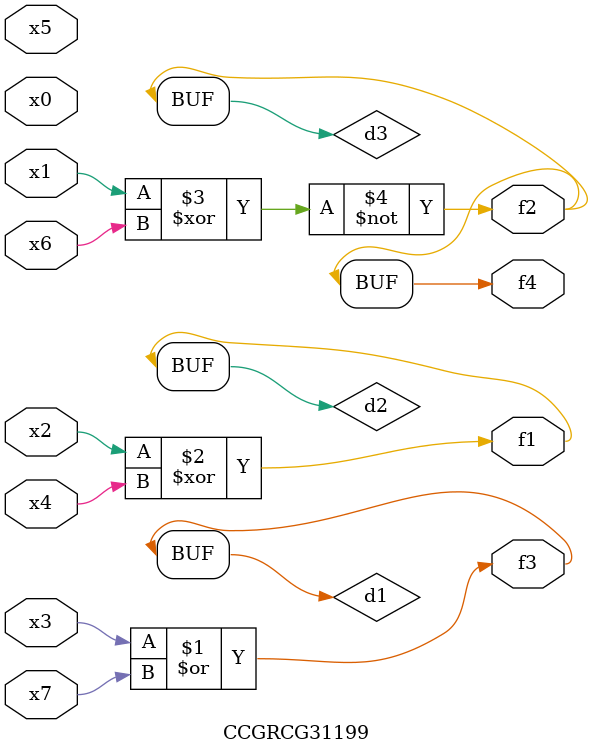
<source format=v>
module CCGRCG31199(
	input x0, x1, x2, x3, x4, x5, x6, x7,
	output f1, f2, f3, f4
);

	wire d1, d2, d3;

	or (d1, x3, x7);
	xor (d2, x2, x4);
	xnor (d3, x1, x6);
	assign f1 = d2;
	assign f2 = d3;
	assign f3 = d1;
	assign f4 = d3;
endmodule

</source>
